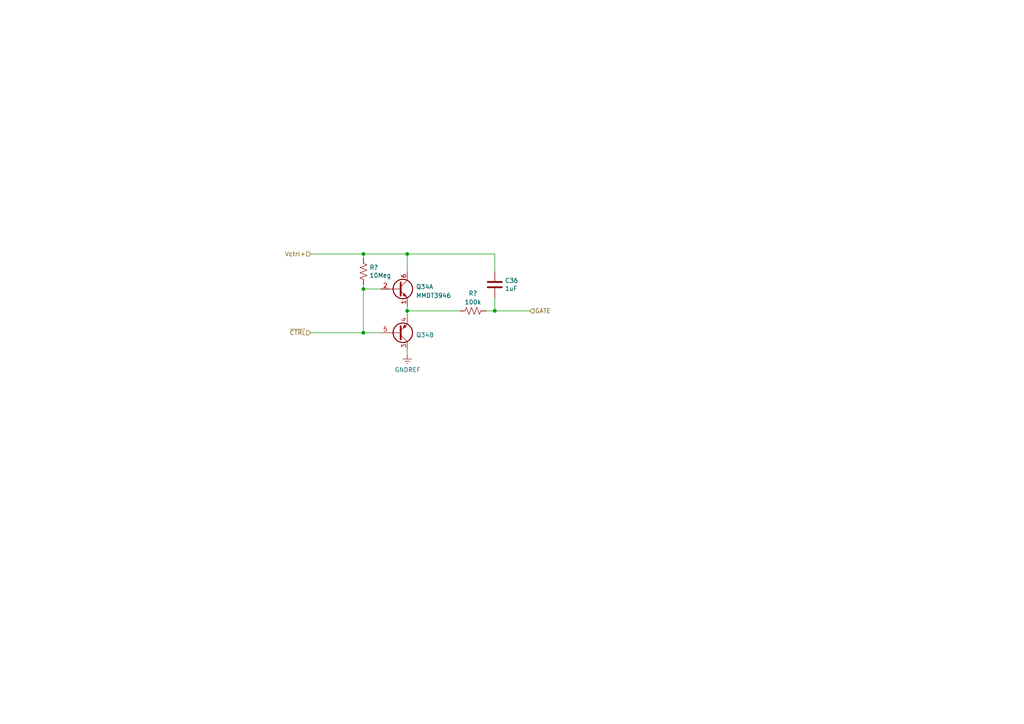
<source format=kicad_sch>
(kicad_sch (version 20230121) (generator eeschema)
  (paper "A4")
  (lib_symbols
    (symbol "Device:C" (pin_numbers hide) (pin_names (offset 0.254))
      (property "Reference" "C" (at 0.635 2.54 0))
      (property "Value" "C" (at 0.635 -2.54 0))
      (symbol "C_0_1"
        (polyline (pts (xy -2.032 -0.762) (xy 2.032 -0.762)) (stroke (width 0.508)))
        (polyline (pts (xy -2.032 0.762) (xy 2.032 0.762)) (stroke (width 0.508)))
      )
      (symbol "C_1_1"
        (pin passive line (at 0 3.81 270) (length 2.794) (name "~") (number "1"))
        (pin passive line (at 0 -3.81 90) (length 2.794) (name "~") (number "2"))
      )
    )
    (symbol "Device:R_US" (pin_numbers hide) (pin_names (offset 0))
      (property "Reference" "R" (at 2.54 0 90))
      (property "Value" "R_US" (at -2.54 0 90))
      (symbol "R_US_0_1"
        (polyline (pts (xy 0 -2.286) (xy 0 -2.54)))
        (polyline (pts (xy 0 2.286) (xy 0 2.54)))
        (polyline (pts (xy 0 -0.762) (xy 1.016 -1.143) (xy 0 -1.524) (xy -1.016 -1.905) (xy 0 -2.286)))
        (polyline (pts (xy 0 0.762) (xy 1.016 0.381) (xy 0 0) (xy -1.016 -0.381) (xy 0 -0.762)))
        (polyline (pts (xy 0 2.286) (xy 1.016 1.905) (xy 0 1.524) (xy -1.016 1.143) (xy 0 0.762)))
      )
      (symbol "R_US_1_1"
        (pin passive line (at 0 3.81 270) (length 1.27) (name "~") (number "1"))
        (pin passive line (at 0 -3.81 90) (length 1.27) (name "~") (number "2"))
      )
    )
    (symbol "Transistor_BJT:MMDT3946" (pin_names (offset 0) hide)
      (property "Reference" "Q" (at 5.08 1.27 0))
      (property "Value" "MMDT3946" (at 5.08 -1.27 0))
      (symbol "MMDT3946_0_1"
        (polyline (pts (xy 0.635 0) (xy -2.54 0)))
        (circle (center 1.27 0) (radius 2.8194) (stroke (width 0.254)))
        (circle (center 1.27 0) (radius 2.8194) (stroke (width 0.254)))
      )
      (symbol "MMDT3946_1_1"
        (polyline (pts (xy 0.635 0.635) (xy 2.54 2.54)))
        (polyline (pts (xy 0.635 -0.635) (xy 2.54 -2.54) (xy 2.54 -2.54)))
        (polyline (pts (xy 0.635 1.905) (xy 0.635 -1.905) (xy 0.635 -1.905)) (stroke (width 0.508)))
        (polyline (pts (xy 1.27 -1.778) (xy 1.778 -1.27) (xy 2.286 -2.286) (xy 1.27 -1.778) (xy 1.27 -1.778)) (fill (type outline)))
        (pin passive line (at 2.54 -5.08 90) (length 2.54) (name "E1") (number "1"))
        (pin input line (at -5.08 0 0) (length 2.54) (name "B1") (number "2"))
        (pin passive line (at 2.54 5.08 270) (length 2.54) (name "C1") (number "6"))
      )
      (symbol "MMDT3946_2_1"
        (polyline (pts (xy 0.635 0.635) (xy 2.54 2.54)))
        (polyline (pts (xy 0.635 -0.635) (xy 2.54 -2.54) (xy 2.54 -2.54)))
        (polyline (pts (xy 0.635 1.905) (xy 0.635 -1.905) (xy 0.635 -1.905)) (stroke (width 0.508)))
        (polyline (pts (xy 2.286 -1.778) (xy 1.778 -2.286) (xy 1.27 -1.27) (xy 2.286 -1.778) (xy 2.286 -1.778)) (fill (type outline)))
        (pin passive line (at 2.54 5.08 270) (length 2.54) (name "C2") (number "3"))
        (pin passive line (at 2.54 -5.08 90) (length 2.54) (name "E2") (number "4"))
        (pin input line (at -5.08 0 0) (length 2.54) (name "B2") (number "5"))
      )
    )
    (symbol "mainboard-rescue:GNDREF-power-mainboard-rescue" (power) (pin_names (offset 0))
      (property "Value" "GNDREF-power-mainboard-rescue" (at 0 -3.81 0))
      (symbol "GNDREF-power-mainboard-rescue_0_1"
        (polyline (pts (xy -0.635 -1.905) (xy 0.635 -1.905)))
        (polyline (pts (xy -0.127 -2.54) (xy 0.127 -2.54)))
        (polyline (pts (xy 0 -1.27) (xy 0 0)))
        (polyline (pts (xy 1.27 -1.27) (xy -1.27 -1.27)))
      )
      (symbol "GNDREF-power-mainboard-rescue_1_1"
        (pin power_in line (at 0 0 270) (length 0) hide (name "GNDREF") (number "1"))
      )
    )
  )
  (junction (at 105.41 83.82))
  (junction (at 143.51 90.17))
  (junction (at 118.11 90.17))
  (junction (at 105.41 96.52))
  (junction (at 118.11 73.66))
  (junction (at 105.41 73.66))
  (wire (pts (xy 105.41 73.66) (xy 118.11 73.66)))
  (wire (pts (xy 118.11 73.66) (xy 118.11 78.74)))
  (wire (pts (xy 118.11 88.9) (xy 118.11 90.17)))
  (wire (pts (xy 143.51 90.17) (xy 153.67 90.17)))
  (wire (pts (xy 110.49 83.82) (xy 105.41 83.82)))
  (wire (pts (xy 105.41 82.55) (xy 105.41 83.82)))
  (wire (pts (xy 118.11 102.87) (xy 118.11 101.6)))
  (wire (pts (xy 118.11 73.66) (xy 143.51 73.66)))
  (wire (pts (xy 143.51 86.36) (xy 143.51 90.17)))
  (wire (pts (xy 133.35 90.17) (xy 118.11 90.17)))
  (wire (pts (xy 90.17 96.52) (xy 105.41 96.52)))
  (wire (pts (xy 143.51 73.66) (xy 143.51 78.74)))
  (wire (pts (xy 105.41 73.66) (xy 105.41 74.93)))
  (wire (pts (xy 105.41 96.52) (xy 110.49 96.52)))
  (wire (pts (xy 118.11 90.17) (xy 118.11 91.44)))
  (wire (pts (xy 90.17 73.66) (xy 105.41 73.66)))
  (wire (pts (xy 140.97 90.17) (xy 143.51 90.17)))
  (wire (pts (xy 105.41 83.82) (xy 105.41 96.52)))
  (hierarchical_label "GATE" (shape input) (at 153.67 90.17 0))
  (hierarchical_label "Vctrl+" (shape input) (at 90.17 73.66 180))
  (hierarchical_label "~{CTRL}" (shape input) (at 90.17 96.52 180))
  (symbol (lib_id "Transistor_BJT:MMDT3946") (at 115.57 83.82 0) (unit 1)
    (property "Reference" "Q34" (at 120.65 83.185 0) (effects (justify left)))
    (property "Value" "MMDT3946" (at 120.65 85.725 0) (effects (justify left)))
    (property "Footprint" "Package_TO_SOT_SMD:SOT-363_SC-70-6" (effects hide))
    (property "Datasheet" "http://www.diodes.com/_files/datasheets/ds30123.pdf" (effects hide))
    (instances (project "mainboard" (path "" (reference "Q34") (unit 1)) (path "" (reference "Q19") (unit 1)) (path "" (reference "Q33") (unit 1)) (path "" (reference "Q35") (unit 1)) (path "" (reference "Q46") (unit 1))))
  )
  (symbol (lib_id "Transistor_BJT:MMDT3946") (at 115.57 96.52 0) (mirror x) (unit 2)
    (property "Reference" "Q34" (at 120.65 97.155 0) (effects (justify left)))
    (property "Value" "MMDT3946" (effects hide))
    (property "Footprint" "Package_TO_SOT_SMD:SOT-363_SC-70-6" (effects hide))
    (property "Datasheet" "http://www.diodes.com/_files/datasheets/ds30123.pdf" (effects hide))
    (instances (project "mainboard" (path "" (reference "Q34") (unit 2)) (path "" (reference "Q19") (unit 2)) (path "" (reference "Q33") (unit 2)) (path "" (reference "Q35") (unit 2)) (path "" (reference "Q46") (unit 2))))
  )
  (symbol (lib_id "Device:R_US") (at 105.41 78.74 0) (unit 1)
    (property "Reference" "R?" (at 107.1372 77.5716 0) (effects (justify left)))
    (property "Value" "10Meg" (at 107.1372 79.883 0) (effects (justify left)))
    (property "Footprint" "Resistor_SMD:R_0603_1608Metric" (effects hide))
    (instances (project "mainboard" (path "" (reference "R?") (unit 1)) (path "" (reference "R181") (unit 1)) (path "" (reference "R131") (unit 1)) (path "" (reference "R179") (unit 1)) (path "" (reference "R183") (unit 1)) (path "" (reference "R211") (unit 1))))
  )
  (symbol (lib_id "Device:C") (at 143.51 82.55 0) (unit 1)
    (property "Reference" "C36" (at 146.431 81.3816 0) (effects (justify left)))
    (property "Value" "1uF" (at 146.431 83.693 0) (effects (justify left)))
    (property "Footprint" "Capacitor_SMD:C_0603_1608Metric" (effects hide))
    (instances (project "mainboard" (path "" (reference "C36") (unit 1)) (path "" (reference "C87") (unit 1)) (path "" (reference "C?") (unit 1)) (path "" (reference "C83") (unit 1)) (path "" (reference "C75") (unit 1)) (path "" (reference "C82") (unit 1)) (path "" (reference "C84") (unit 1)) (path "" (reference "C96") (unit 1))))
  )
  (symbol (lib_id "mainboard-rescue:GNDREF-power-mainboard-rescue") (at 118.11 102.87 0) (unit 1)
    (property "Reference" "#PWR?" (effects hide))
    (property "Value" "GNDREF" (at 118.237 107.2642 0))
    (instances (project "mainboard" (path "" (reference "#PWR?") (unit 1)) (path "" (reference "#PWR012") (unit 1)) (path "" (reference "#PWR0113") (unit 1)) (path "" (reference "#PWR0105") (unit 1)) (path "" (reference "#PWR0112") (unit 1)) (path "" (reference "#PWR0114") (unit 1)) (path "" (reference "#PWR0131") (unit 1))))
  )
  (symbol (lib_id "Device:R_US") (at 137.16 90.17 90) (unit 1)
    (property "Reference" "R?" (at 137.16 85.09 90))
    (property "Value" "100k" (at 137.16 87.63 90))
    (property "Footprint" "Resistor_SMD:R_0603_1608Metric" (effects hide))
    (instances (project "mainboard" (path "" (reference "R?") (unit 1)) (path "" (reference "R182") (unit 1)) (path "" (reference "R132") (unit 1)) (path "" (reference "R180") (unit 1)) (path "" (reference "R184") (unit 1)) (path "" (reference "R212") (unit 1))))
  )
)
</source>
